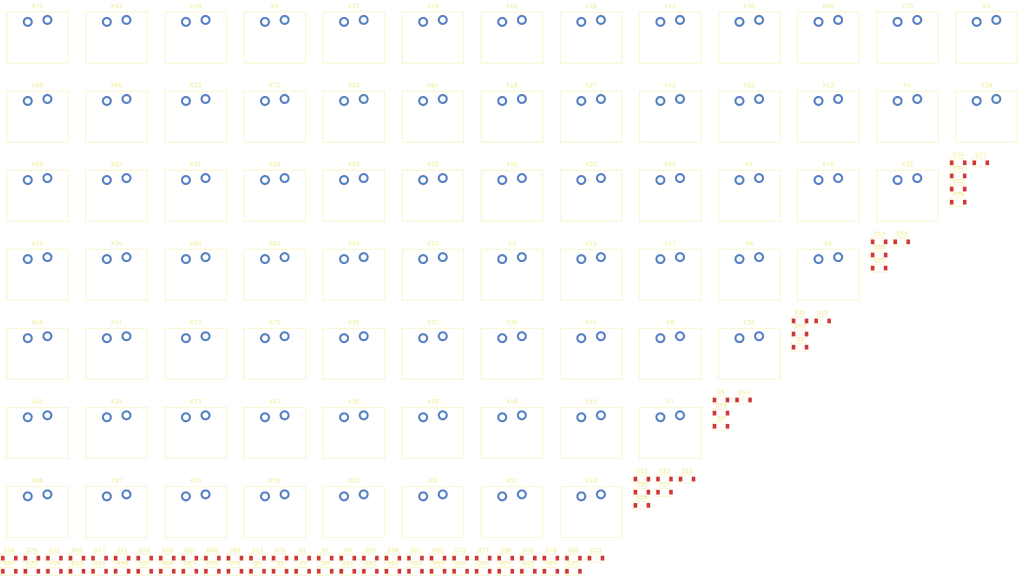
<source format=kicad_pcb>
(kicad_pcb (version 20171130) (host pcbnew 5.1.10-88a1d61d58~88~ubuntu20.04.1)
  (layers (0 F.Cu signal) (31 B.Cu signal) (34 B.Paste user) (35 F.Paste user) (36 B.SilkS user) (37 F.SilkS user) (38 B.Mask user) (39 F.Mask user) (44 Edge.Cuts user))
  (net 0 "")
  (module Diode_SMD:D_SOD-123 (layer F.Cu) (at 221.835001 184.945001)
    (fp_text reference D0 (at 0 -2) (layer F.SilkS))
    (fp_text value D)
    (pad 2 smd rect (at 1.65 0) (size 0.9 1.2) (layers F.Cu F.Paste F.Mask))
    (pad 1 smd rect (at -1.65 0) (size 0.9 1.2) (layers F.Cu F.Paste F.Mask))
  )
  (module Diode_SMD:D_SOD-123 (layer F.Cu) (at 233.335001 181.595001)
    (fp_text reference D1 (at 0 -2) (layer F.SilkS))
    (fp_text value D)
    (pad 1 smd rect (at -1.65 0) (size 0.9 1.2) (layers F.Cu F.Paste F.Mask))
    (pad 2 smd rect (at 1.65 0) (size 0.9 1.2) (layers F.Cu F.Paste F.Mask))
  )
  (module Diode_SMD:D_SOD-123 (layer F.Cu) (at 339.935001 147.995001)
    (fp_text reference D2 (at 0 -2) (layer F.SilkS))
    (fp_text value D)
    (pad 2 smd rect (at 1.65 0) (size 0.9 1.2) (layers F.Cu F.Paste F.Mask))
    (pad 1 smd rect (at -1.65 0) (size 0.9 1.2) (layers F.Cu F.Paste F.Mask))
  )
  (module Diode_SMD:D_SOD-123 (layer F.Cu) (at 360.085001 127.845001)
    (fp_text reference D3 (at 0 -2) (layer F.SilkS))
    (fp_text value D)
    (pad 1 smd rect (at -1.65 0) (size 0.9 1.2) (layers F.Cu F.Paste F.Mask))
    (pad 2 smd rect (at 1.65 0) (size 0.9 1.2) (layers F.Cu F.Paste F.Mask))
  )
  (module Diode_SMD:D_SOD-123 (layer F.Cu) (at 239.085001 181.595001)
    (fp_text reference D4 (at 0 -2) (layer F.SilkS))
    (fp_text value D)
    (pad 2 smd rect (at 1.65 0) (size 0.9 1.2) (layers F.Cu F.Paste F.Mask))
    (pad 1 smd rect (at -1.65 0) (size 0.9 1.2) (layers F.Cu F.Paste F.Mask))
  )
  (module Diode_SMD:D_SOD-123 (layer F.Cu) (at 227.585001 184.945001)
    (fp_text reference D5 (at 0 -2) (layer F.SilkS))
    (fp_text value D)
    (pad 1 smd rect (at -1.65 0) (size 0.9 1.2) (layers F.Cu F.Paste F.Mask))
    (pad 2 smd rect (at 1.65 0) (size 0.9 1.2) (layers F.Cu F.Paste F.Mask))
  )
  (module Diode_SMD:D_SOD-123 (layer F.Cu) (at 339.935001 141.295001)
    (fp_text reference D6 (at 0 -2) (layer F.SilkS))
    (fp_text value D)
    (pad 2 smd rect (at 1.65 0) (size 0.9 1.2) (layers F.Cu F.Paste F.Mask))
    (pad 1 smd rect (at -1.65 0) (size 0.9 1.2) (layers F.Cu F.Paste F.Mask))
  )
  (module Diode_SMD:D_SOD-123 (layer F.Cu) (at 233.335001 184.945001)
    (fp_text reference D7 (at 0 -2) (layer F.SilkS))
    (fp_text value D)
    (pad 1 smd rect (at -1.65 0) (size 0.9 1.2) (layers F.Cu F.Paste F.Mask))
    (pad 2 smd rect (at 1.65 0) (size 0.9 1.2) (layers F.Cu F.Paste F.Mask))
  )
  (module Diode_SMD:D_SOD-123 (layer F.Cu) (at 244.835001 181.595001)
    (fp_text reference D8 (at 0 -2) (layer F.SilkS))
    (fp_text value D)
    (pad 2 smd rect (at 1.65 0) (size 0.9 1.2) (layers F.Cu F.Paste F.Mask))
    (pad 1 smd rect (at -1.65 0) (size 0.9 1.2) (layers F.Cu F.Paste F.Mask))
  )
  (module Diode_SMD:D_SOD-123 (layer F.Cu) (at 239.085001 184.945001)
    (fp_text reference D9 (at 0 -2) (layer F.SilkS))
    (fp_text value D)
    (pad 1 smd rect (at -1.65 0) (size 0.9 1.2) (layers F.Cu F.Paste F.Mask))
    (pad 2 smd rect (at 1.65 0) (size 0.9 1.2) (layers F.Cu F.Paste F.Mask))
  )
  (module Diode_SMD:D_SOD-123 (layer F.Cu) (at 400.385001 87.545001)
    (fp_text reference D10 (at 0 -2) (layer F.SilkS))
    (fp_text value D)
    (pad 2 smd rect (at 1.65 0) (size 0.9 1.2) (layers F.Cu F.Paste F.Mask))
    (pad 1 smd rect (at -1.65 0) (size 0.9 1.2) (layers F.Cu F.Paste F.Mask))
  )
  (module Diode_SMD:D_SOD-123 (layer F.Cu) (at 244.835001 184.945001)
    (fp_text reference D11 (at 0 -2) (layer F.SilkS))
    (fp_text value D)
    (pad 1 smd rect (at -1.65 0) (size 0.9 1.2) (layers F.Cu F.Paste F.Mask))
    (pad 2 smd rect (at 1.65 0) (size 0.9 1.2) (layers F.Cu F.Paste F.Mask))
  )
  (module Diode_SMD:D_SOD-123 (layer F.Cu) (at 221.835001 181.595001)
    (fp_text reference D12 (at 0 -2) (layer F.SilkS))
    (fp_text value D)
    (pad 2 smd rect (at 1.65 0) (size 0.9 1.2) (layers F.Cu F.Paste F.Mask))
    (pad 1 smd rect (at -1.65 0) (size 0.9 1.2) (layers F.Cu F.Paste F.Mask))
  )
  (module Diode_SMD:D_SOD-123 (layer F.Cu) (at 308.085001 181.595001)
    (fp_text reference D13 (at 0 -2) (layer F.SilkS))
    (fp_text value D)
    (pad 1 smd rect (at -1.65 0) (size 0.9 1.2) (layers F.Cu F.Paste F.Mask))
    (pad 2 smd rect (at 1.65 0) (size 0.9 1.2) (layers F.Cu F.Paste F.Mask))
  )
  (module Diode_SMD:D_SOD-123 (layer F.Cu) (at 181.585001 184.945001)
    (fp_text reference D14 (at 0 -2) (layer F.SilkS))
    (fp_text value D)
    (pad 2 smd rect (at 1.65 0) (size 0.9 1.2) (layers F.Cu F.Paste F.Mask))
    (pad 1 smd rect (at -1.65 0) (size 0.9 1.2) (layers F.Cu F.Paste F.Mask))
  )
  (module Diode_SMD:D_SOD-123 (layer F.Cu) (at 331.285001 161.445001)
    (fp_text reference D15 (at 0 -2) (layer F.SilkS))
    (fp_text value D)
    (pad 1 smd rect (at -1.65 0) (size 0.9 1.2) (layers F.Cu F.Paste F.Mask))
    (pad 2 smd rect (at 1.65 0) (size 0.9 1.2) (layers F.Cu F.Paste F.Mask))
  )
  (module Diode_SMD:D_SOD-123 (layer F.Cu) (at 175.835001 184.945001)
    (fp_text reference D16 (at 0 -2) (layer F.SilkS))
    (fp_text value D)
    (pad 2 smd rect (at 1.65 0) (size 0.9 1.2) (layers F.Cu F.Paste F.Mask))
    (pad 1 smd rect (at -1.65 0) (size 0.9 1.2) (layers F.Cu F.Paste F.Mask))
  )
  (module Diode_SMD:D_SOD-123 (layer F.Cu) (at 181.585001 181.595001)
    (fp_text reference D17 (at 0 -2) (layer F.SilkS))
    (fp_text value D)
    (pad 1 smd rect (at -1.65 0) (size 0.9 1.2) (layers F.Cu F.Paste F.Mask))
    (pad 2 smd rect (at 1.65 0) (size 0.9 1.2) (layers F.Cu F.Paste F.Mask))
  )
  (module Diode_SMD:D_SOD-123 (layer F.Cu) (at 170.085001 184.945001)
    (fp_text reference D18 (at 0 -2) (layer F.SilkS))
    (fp_text value D)
    (pad 2 smd rect (at 1.65 0) (size 0.9 1.2) (layers F.Cu F.Paste F.Mask))
    (pad 1 smd rect (at -1.65 0) (size 0.9 1.2) (layers F.Cu F.Paste F.Mask))
  )
  (module Diode_SMD:D_SOD-123 (layer F.Cu) (at 365.835001 121.145001)
    (fp_text reference D19 (at 0 -2) (layer F.SilkS))
    (fp_text value D)
    (pad 1 smd rect (at -1.65 0) (size 0.9 1.2) (layers F.Cu F.Paste F.Mask))
    (pad 2 smd rect (at 1.65 0) (size 0.9 1.2) (layers F.Cu F.Paste F.Mask))
  )
  (module Diode_SMD:D_SOD-123 (layer F.Cu) (at 380.235001 107.695001)
    (fp_text reference D20 (at 0 -2) (layer F.SilkS))
    (fp_text value D)
    (pad 1 smd rect (at -1.65 0) (size 0.9 1.2) (layers F.Cu F.Paste F.Mask))
    (pad 2 smd rect (at 1.65 0) (size 0.9 1.2) (layers F.Cu F.Paste F.Mask))
  )
  (module Diode_SMD:D_SOD-123 (layer F.Cu) (at 325.535001 164.795001)
    (fp_text reference D21 (at 0 -2) (layer F.SilkS))
    (fp_text value D)
    (pad 2 smd rect (at 1.65 0) (size 0.9 1.2) (layers F.Cu F.Paste F.Mask))
    (pad 1 smd rect (at -1.65 0) (size 0.9 1.2) (layers F.Cu F.Paste F.Mask))
  )
  (module Diode_SMD:D_SOD-123 (layer F.Cu) (at 170.085001 181.595001)
    (fp_text reference D22 (at 0 -2) (layer F.SilkS))
    (fp_text value D)
    (pad 1 smd rect (at -1.65 0) (size 0.9 1.2) (layers F.Cu F.Paste F.Mask))
    (pad 2 smd rect (at 1.65 0) (size 0.9 1.2) (layers F.Cu F.Paste F.Mask))
  )
  (module Diode_SMD:D_SOD-123 (layer F.Cu) (at 164.335001 184.945001)
    (fp_text reference D23 (at 0 -2) (layer F.SilkS))
    (fp_text value D)
    (pad 2 smd rect (at 1.65 0) (size 0.9 1.2) (layers F.Cu F.Paste F.Mask))
    (pad 1 smd rect (at -1.65 0) (size 0.9 1.2) (layers F.Cu F.Paste F.Mask))
  )
  (module Diode_SMD:D_SOD-123 (layer F.Cu) (at 400.385001 80.845001)
    (fp_text reference D24 (at 0 -2) (layer F.SilkS))
    (fp_text value D)
    (pad 1 smd rect (at -1.65 0) (size 0.9 1.2) (layers F.Cu F.Paste F.Mask))
    (pad 2 smd rect (at 1.65 0) (size 0.9 1.2) (layers F.Cu F.Paste F.Mask))
  )
  (module Diode_SMD:D_SOD-123 (layer F.Cu) (at 164.335001 181.595001)
    (fp_text reference D25 (at 0 -2) (layer F.SilkS))
    (fp_text value D)
    (pad 2 smd rect (at 1.65 0) (size 0.9 1.2) (layers F.Cu F.Paste F.Mask))
    (pad 1 smd rect (at -1.65 0) (size 0.9 1.2) (layers F.Cu F.Paste F.Mask))
  )
  (module Diode_SMD:D_SOD-123 (layer F.Cu) (at 158.585001 181.595001)
    (fp_text reference D26 (at 0 -2) (layer F.SilkS))
    (fp_text value D)
    (pad 1 smd rect (at -1.65 0) (size 0.9 1.2) (layers F.Cu F.Paste F.Mask))
    (pad 2 smd rect (at 1.65 0) (size 0.9 1.2) (layers F.Cu F.Paste F.Mask))
  )
  (module Diode_SMD:D_SOD-123 (layer F.Cu) (at 406.135001 80.845001)
    (fp_text reference D27 (at 0 -2) (layer F.SilkS))
    (fp_text value D)
    (pad 2 smd rect (at 1.65 0) (size 0.9 1.2) (layers F.Cu F.Paste F.Mask))
    (pad 1 smd rect (at -1.65 0) (size 0.9 1.2) (layers F.Cu F.Paste F.Mask))
  )
  (module Diode_SMD:D_SOD-123 (layer F.Cu) (at 319.785001 168.145001)
    (fp_text reference D28 (at 0 -2) (layer F.SilkS))
    (fp_text value D)
    (pad 1 smd rect (at -1.65 0) (size 0.9 1.2) (layers F.Cu F.Paste F.Mask))
    (pad 2 smd rect (at 1.65 0) (size 0.9 1.2) (layers F.Cu F.Paste F.Mask))
  )
  (module Diode_SMD:D_SOD-123 (layer F.Cu) (at 296.585001 184.945001)
    (fp_text reference D29 (at 0 -2) (layer F.SilkS))
    (fp_text value D)
    (pad 2 smd rect (at 1.65 0) (size 0.9 1.2) (layers F.Cu F.Paste F.Mask))
    (pad 1 smd rect (at -1.65 0) (size 0.9 1.2) (layers F.Cu F.Paste F.Mask))
  )
  (module Diode_SMD:D_SOD-123 (layer F.Cu) (at 302.335001 181.595001)
    (fp_text reference D30 (at 0 -2) (layer F.SilkS))
    (fp_text value D)
    (pad 2 smd rect (at 1.65 0) (size 0.9 1.2) (layers F.Cu F.Paste F.Mask))
    (pad 1 smd rect (at -1.65 0) (size 0.9 1.2) (layers F.Cu F.Paste F.Mask))
  )
  (module Diode_SMD:D_SOD-123 (layer F.Cu) (at 360.085001 121.145001)
    (fp_text reference D31 (at 0 -2) (layer F.SilkS))
    (fp_text value D)
    (pad 1 smd rect (at -1.65 0) (size 0.9 1.2) (layers F.Cu F.Paste F.Mask))
    (pad 2 smd rect (at 1.65 0) (size 0.9 1.2) (layers F.Cu F.Paste F.Mask))
  )
  (module Diode_SMD:D_SOD-123 (layer F.Cu) (at 325.535001 161.445001)
    (fp_text reference D32 (at 0 -2) (layer F.SilkS))
    (fp_text value D)
    (pad 2 smd rect (at 1.65 0) (size 0.9 1.2) (layers F.Cu F.Paste F.Mask))
    (pad 1 smd rect (at -1.65 0) (size 0.9 1.2) (layers F.Cu F.Paste F.Mask))
  )
  (module Diode_SMD:D_SOD-123 (layer F.Cu) (at 385.985001 100.995001)
    (fp_text reference D33 (at 0 -2) (layer F.SilkS))
    (fp_text value D)
    (pad 1 smd rect (at -1.65 0) (size 0.9 1.2) (layers F.Cu F.Paste F.Mask))
    (pad 2 smd rect (at 1.65 0) (size 0.9 1.2) (layers F.Cu F.Paste F.Mask))
  )
  (module Diode_SMD:D_SOD-123 (layer F.Cu) (at 400.385001 84.195001)
    (fp_text reference D34 (at 0 -2) (layer F.SilkS))
    (fp_text value D)
    (pad 2 smd rect (at 1.65 0) (size 0.9 1.2) (layers F.Cu F.Paste F.Mask))
    (pad 1 smd rect (at -1.65 0) (size 0.9 1.2) (layers F.Cu F.Paste F.Mask))
  )
  (module Diode_SMD:D_SOD-123 (layer F.Cu) (at 380.235001 104.345001)
    (fp_text reference D35 (at 0 -2) (layer F.SilkS))
    (fp_text value D)
    (pad 1 smd rect (at -1.65 0) (size 0.9 1.2) (layers F.Cu F.Paste F.Mask))
    (pad 2 smd rect (at 1.65 0) (size 0.9 1.2) (layers F.Cu F.Paste F.Mask))
  )
  (module Diode_SMD:D_SOD-123 (layer F.Cu) (at 319.785001 164.795001)
    (fp_text reference D36 (at 0 -2) (layer F.SilkS))
    (fp_text value D)
    (pad 2 smd rect (at 1.65 0) (size 0.9 1.2) (layers F.Cu F.Paste F.Mask))
    (pad 1 smd rect (at -1.65 0) (size 0.9 1.2) (layers F.Cu F.Paste F.Mask))
  )
  (module Diode_SMD:D_SOD-123 (layer F.Cu) (at 302.335001 184.945001)
    (fp_text reference D37 (at 0 -2) (layer F.SilkS))
    (fp_text value D)
    (pad 1 smd rect (at -1.65 0) (size 0.9 1.2) (layers F.Cu F.Paste F.Mask))
    (pad 2 smd rect (at 1.65 0) (size 0.9 1.2) (layers F.Cu F.Paste F.Mask))
  )
  (module Diode_SMD:D_SOD-123 (layer F.Cu) (at 256.335001 181.595001)
    (fp_text reference D38 (at 0 -2) (layer F.SilkS))
    (fp_text value D)
    (pad 2 smd rect (at 1.65 0) (size 0.9 1.2) (layers F.Cu F.Paste F.Mask))
    (pad 1 smd rect (at -1.65 0) (size 0.9 1.2) (layers F.Cu F.Paste F.Mask))
  )
  (module Diode_SMD:D_SOD-123 (layer F.Cu) (at 400.385001 90.895001)
    (fp_text reference D39 (at 0 -2) (layer F.SilkS))
    (fp_text value D)
    (pad 1 smd rect (at -1.65 0) (size 0.9 1.2) (layers F.Cu F.Paste F.Mask))
    (pad 2 smd rect (at 1.65 0) (size 0.9 1.2) (layers F.Cu F.Paste F.Mask))
  )
  (module Diode_SMD:D_SOD-123 (layer F.Cu) (at 193.085001 181.595001)
    (fp_text reference D40 (at 0 -2) (layer F.SilkS))
    (fp_text value D)
    (pad 1 smd rect (at -1.65 0) (size 0.9 1.2) (layers F.Cu F.Paste F.Mask))
    (pad 2 smd rect (at 1.65 0) (size 0.9 1.2) (layers F.Cu F.Paste F.Mask))
  )
  (module Diode_SMD:D_SOD-123 (layer F.Cu) (at 273.585001 184.945001)
    (fp_text reference D41 (at 0 -2) (layer F.SilkS))
    (fp_text value D)
    (pad 2 smd rect (at 1.65 0) (size 0.9 1.2) (layers F.Cu F.Paste F.Mask))
    (pad 1 smd rect (at -1.65 0) (size 0.9 1.2) (layers F.Cu F.Paste F.Mask))
  )
  (module Diode_SMD:D_SOD-123 (layer F.Cu) (at 360.085001 124.495001)
    (fp_text reference D42 (at 0 -2) (layer F.SilkS))
    (fp_text value D)
    (pad 1 smd rect (at -1.65 0) (size 0.9 1.2) (layers F.Cu F.Paste F.Mask))
    (pad 2 smd rect (at 1.65 0) (size 0.9 1.2) (layers F.Cu F.Paste F.Mask))
  )
  (module Diode_SMD:D_SOD-123 (layer F.Cu) (at 339.935001 144.645001)
    (fp_text reference D43 (at 0 -2) (layer F.SilkS))
    (fp_text value D)
    (pad 2 smd rect (at 1.65 0) (size 0.9 1.2) (layers F.Cu F.Paste F.Mask))
    (pad 1 smd rect (at -1.65 0) (size 0.9 1.2) (layers F.Cu F.Paste F.Mask))
  )
  (module Diode_SMD:D_SOD-123 (layer F.Cu) (at 345.685001 141.295001)
    (fp_text reference D44 (at 0 -2) (layer F.SilkS))
    (fp_text value D)
    (pad 1 smd rect (at -1.65 0) (size 0.9 1.2) (layers F.Cu F.Paste F.Mask))
    (pad 2 smd rect (at 1.65 0) (size 0.9 1.2) (layers F.Cu F.Paste F.Mask))
  )
  (module Diode_SMD:D_SOD-123 (layer F.Cu) (at 290.835001 184.945001)
    (fp_text reference D45 (at 0 -2) (layer F.SilkS))
    (fp_text value D)
    (pad 2 smd rect (at 1.65 0) (size 0.9 1.2) (layers F.Cu F.Paste F.Mask))
    (pad 1 smd rect (at -1.65 0) (size 0.9 1.2) (layers F.Cu F.Paste F.Mask))
  )
  (module Diode_SMD:D_SOD-123 (layer F.Cu) (at 175.835001 181.595001)
    (fp_text reference D46 (at 0 -2) (layer F.SilkS))
    (fp_text value D)
    (pad 1 smd rect (at -1.65 0) (size 0.9 1.2) (layers F.Cu F.Paste F.Mask))
    (pad 2 smd rect (at 1.65 0) (size 0.9 1.2) (layers F.Cu F.Paste F.Mask))
  )
  (module Diode_SMD:D_SOD-123 (layer F.Cu) (at 158.585001 184.945001)
    (fp_text reference D47 (at 0 -2) (layer F.SilkS))
    (fp_text value D)
    (pad 2 smd rect (at 1.65 0) (size 0.9 1.2) (layers F.Cu F.Paste F.Mask))
    (pad 1 smd rect (at -1.65 0) (size 0.9 1.2) (layers F.Cu F.Paste F.Mask))
  )
  (module Diode_SMD:D_SOD-123 (layer F.Cu) (at 296.585001 181.595001)
    (fp_text reference D48 (at 0 -2) (layer F.SilkS))
    (fp_text value D)
    (pad 1 smd rect (at -1.65 0) (size 0.9 1.2) (layers F.Cu F.Paste F.Mask))
    (pad 2 smd rect (at 1.65 0) (size 0.9 1.2) (layers F.Cu F.Paste F.Mask))
  )
  (module Diode_SMD:D_SOD-123 (layer F.Cu) (at 198.835001 181.595001)
    (fp_text reference D49 (at 0 -2) (layer F.SilkS))
    (fp_text value D)
    (pad 2 smd rect (at 1.65 0) (size 0.9 1.2) (layers F.Cu F.Paste F.Mask))
    (pad 1 smd rect (at -1.65 0) (size 0.9 1.2) (layers F.Cu F.Paste F.Mask))
  )
  (module Diode_SMD:D_SOD-123 (layer F.Cu) (at 290.835001 181.595001)
    (fp_text reference D50 (at 0 -2) (layer F.SilkS))
    (fp_text value D)
    (pad 2 smd rect (at 1.65 0) (size 0.9 1.2) (layers F.Cu F.Paste F.Mask))
    (pad 1 smd rect (at -1.65 0) (size 0.9 1.2) (layers F.Cu F.Paste F.Mask))
  )
  (module Diode_SMD:D_SOD-123 (layer F.Cu) (at 285.085001 184.945001)
    (fp_text reference D51 (at 0 -2) (layer F.SilkS))
    (fp_text value D)
    (pad 1 smd rect (at -1.65 0) (size 0.9 1.2) (layers F.Cu F.Paste F.Mask))
    (pad 2 smd rect (at 1.65 0) (size 0.9 1.2) (layers F.Cu F.Paste F.Mask))
  )
  (module Diode_SMD:D_SOD-123 (layer F.Cu) (at 380.235001 100.995001)
    (fp_text reference D52 (at 0 -2) (layer F.SilkS))
    (fp_text value D)
    (pad 2 smd rect (at 1.65 0) (size 0.9 1.2) (layers F.Cu F.Paste F.Mask))
    (pad 1 smd rect (at -1.65 0) (size 0.9 1.2) (layers F.Cu F.Paste F.Mask))
  )
  (module Diode_SMD:D_SOD-123 (layer F.Cu) (at 319.785001 161.445001)
    (fp_text reference D53 (at 0 -2) (layer F.SilkS))
    (fp_text value D)
    (pad 1 smd rect (at -1.65 0) (size 0.9 1.2) (layers F.Cu F.Paste F.Mask))
    (pad 2 smd rect (at 1.65 0) (size 0.9 1.2) (layers F.Cu F.Paste F.Mask))
  )
  (module Diode_SMD:D_SOD-123 (layer F.Cu) (at 279.335001 184.945001)
    (fp_text reference D54 (at 0 -2) (layer F.SilkS))
    (fp_text value D)
    (pad 2 smd rect (at 1.65 0) (size 0.9 1.2) (layers F.Cu F.Paste F.Mask))
    (pad 1 smd rect (at -1.65 0) (size 0.9 1.2) (layers F.Cu F.Paste F.Mask))
  )
  (module Diode_SMD:D_SOD-123 (layer F.Cu) (at 250.585001 181.595001)
    (fp_text reference D55 (at 0 -2) (layer F.SilkS))
    (fp_text value D)
    (pad 1 smd rect (at -1.65 0) (size 0.9 1.2) (layers F.Cu F.Paste F.Mask))
    (pad 2 smd rect (at 1.65 0) (size 0.9 1.2) (layers F.Cu F.Paste F.Mask))
  )
  (module Diode_SMD:D_SOD-123 (layer F.Cu) (at 187.335001 184.945001)
    (fp_text reference D56 (at 0 -2) (layer F.SilkS))
    (fp_text value D)
    (pad 2 smd rect (at 1.65 0) (size 0.9 1.2) (layers F.Cu F.Paste F.Mask))
    (pad 1 smd rect (at -1.65 0) (size 0.9 1.2) (layers F.Cu F.Paste F.Mask))
  )
  (module Diode_SMD:D_SOD-123 (layer F.Cu) (at 193.085001 184.945001)
    (fp_text reference D57 (at 0 -2) (layer F.SilkS))
    (fp_text value D)
    (pad 1 smd rect (at -1.65 0) (size 0.9 1.2) (layers F.Cu F.Paste F.Mask))
    (pad 2 smd rect (at 1.65 0) (size 0.9 1.2) (layers F.Cu F.Paste F.Mask))
  )
  (module Diode_SMD:D_SOD-123 (layer F.Cu) (at 285.085001 181.595001)
    (fp_text reference D58 (at 0 -2) (layer F.SilkS))
    (fp_text value D)
    (pad 2 smd rect (at 1.65 0) (size 0.9 1.2) (layers F.Cu F.Paste F.Mask))
    (pad 1 smd rect (at -1.65 0) (size 0.9 1.2) (layers F.Cu F.Paste F.Mask))
  )
  (module Diode_SMD:D_SOD-123 (layer F.Cu) (at 267.835001 184.945001)
    (fp_text reference D59 (at 0 -2) (layer F.SilkS))
    (fp_text value D)
    (pad 1 smd rect (at -1.65 0) (size 0.9 1.2) (layers F.Cu F.Paste F.Mask))
    (pad 2 smd rect (at 1.65 0) (size 0.9 1.2) (layers F.Cu F.Paste F.Mask))
  )
  (module Diode_SMD:D_SOD-123 (layer F.Cu) (at 250.585001 184.945001)
    (fp_text reference D60 (at 0 -2) (layer F.SilkS))
    (fp_text value D)
    (pad 1 smd rect (at -1.65 0) (size 0.9 1.2) (layers F.Cu F.Paste F.Mask))
    (pad 2 smd rect (at 1.65 0) (size 0.9 1.2) (layers F.Cu F.Paste F.Mask))
  )
  (module Diode_SMD:D_SOD-123 (layer F.Cu) (at 262.085001 181.595001)
    (fp_text reference D61 (at 0 -2) (layer F.SilkS))
    (fp_text value D)
    (pad 2 smd rect (at 1.65 0) (size 0.9 1.2) (layers F.Cu F.Paste F.Mask))
    (pad 1 smd rect (at -1.65 0) (size 0.9 1.2) (layers F.Cu F.Paste F.Mask))
  )
  (module Diode_SMD:D_SOD-123 (layer F.Cu) (at 256.335001 184.945001)
    (fp_text reference D62 (at 0 -2) (layer F.SilkS))
    (fp_text value D)
    (pad 1 smd rect (at -1.65 0) (size 0.9 1.2) (layers F.Cu F.Paste F.Mask))
    (pad 2 smd rect (at 1.65 0) (size 0.9 1.2) (layers F.Cu F.Paste F.Mask))
  )
  (module Diode_SMD:D_SOD-123 (layer F.Cu) (at 262.085001 184.945001)
    (fp_text reference D63 (at 0 -2) (layer F.SilkS))
    (fp_text value D)
    (pad 2 smd rect (at 1.65 0) (size 0.9 1.2) (layers F.Cu F.Paste F.Mask))
    (pad 1 smd rect (at -1.65 0) (size 0.9 1.2) (layers F.Cu F.Paste F.Mask))
  )
  (module Diode_SMD:D_SOD-123 (layer F.Cu) (at 204.585001 181.595001)
    (fp_text reference D64 (at 0 -2) (layer F.SilkS))
    (fp_text value D)
    (pad 1 smd rect (at -1.65 0) (size 0.9 1.2) (layers F.Cu F.Paste F.Mask))
    (pad 2 smd rect (at 1.65 0) (size 0.9 1.2) (layers F.Cu F.Paste F.Mask))
  )
  (module Diode_SMD:D_SOD-123 (layer F.Cu) (at 267.835001 181.595001)
    (fp_text reference D65 (at 0 -2) (layer F.SilkS))
    (fp_text value D)
    (pad 2 smd rect (at 1.65 0) (size 0.9 1.2) (layers F.Cu F.Paste F.Mask))
    (pad 1 smd rect (at -1.65 0) (size 0.9 1.2) (layers F.Cu F.Paste F.Mask))
  )
  (module Diode_SMD:D_SOD-123 (layer F.Cu) (at 198.835001 184.945001)
    (fp_text reference D66 (at 0 -2) (layer F.SilkS))
    (fp_text value D)
    (pad 1 smd rect (at -1.65 0) (size 0.9 1.2) (layers F.Cu F.Paste F.Mask))
    (pad 2 smd rect (at 1.65 0) (size 0.9 1.2) (layers F.Cu F.Paste F.Mask))
  )
  (module Diode_SMD:D_SOD-123 (layer F.Cu) (at 204.585001 184.945001)
    (fp_text reference D67 (at 0 -2) (layer F.SilkS))
    (fp_text value D)
    (pad 2 smd rect (at 1.65 0) (size 0.9 1.2) (layers F.Cu F.Paste F.Mask))
    (pad 1 smd rect (at -1.65 0) (size 0.9 1.2) (layers F.Cu F.Paste F.Mask))
  )
  (module Diode_SMD:D_SOD-123 (layer F.Cu) (at 210.335001 181.595001)
    (fp_text reference D68 (at 0 -2) (layer F.SilkS))
    (fp_text value D)
    (pad 1 smd rect (at -1.65 0) (size 0.9 1.2) (layers F.Cu F.Paste F.Mask))
    (pad 2 smd rect (at 1.65 0) (size 0.9 1.2) (layers F.Cu F.Paste F.Mask))
  )
  (module Diode_SMD:D_SOD-123 (layer F.Cu) (at 216.085001 181.595001)
    (fp_text reference D69 (at 0 -2) (layer F.SilkS))
    (fp_text value D)
    (pad 2 smd rect (at 1.65 0) (size 0.9 1.2) (layers F.Cu F.Paste F.Mask))
    (pad 1 smd rect (at -1.65 0) (size 0.9 1.2) (layers F.Cu F.Paste F.Mask))
  )
  (module Diode_SMD:D_SOD-123 (layer F.Cu) (at 210.335001 184.945001)
    (fp_text reference D70 (at 0 -2) (layer F.SilkS))
    (fp_text value D)
    (pad 2 smd rect (at 1.65 0) (size 0.9 1.2) (layers F.Cu F.Paste F.Mask))
    (pad 1 smd rect (at -1.65 0) (size 0.9 1.2) (layers F.Cu F.Paste F.Mask))
  )
  (module Diode_SMD:D_SOD-123 (layer F.Cu) (at 187.335001 181.595001)
    (fp_text reference D71 (at 0 -2) (layer F.SilkS))
    (fp_text value D)
    (pad 1 smd rect (at -1.65 0) (size 0.9 1.2) (layers F.Cu F.Paste F.Mask))
    (pad 2 smd rect (at 1.65 0) (size 0.9 1.2) (layers F.Cu F.Paste F.Mask))
  )
  (module Diode_SMD:D_SOD-123 (layer F.Cu) (at 273.585001 181.595001)
    (fp_text reference D72 (at 0 -2) (layer F.SilkS))
    (fp_text value D)
    (pad 2 smd rect (at 1.65 0) (size 0.9 1.2) (layers F.Cu F.Paste F.Mask))
    (pad 1 smd rect (at -1.65 0) (size 0.9 1.2) (layers F.Cu F.Paste F.Mask))
  )
  (module Diode_SMD:D_SOD-123 (layer F.Cu) (at 279.335001 181.595001)
    (fp_text reference D73 (at 0 -2) (layer F.SilkS))
    (fp_text value D)
    (pad 1 smd rect (at -1.65 0) (size 0.9 1.2) (layers F.Cu F.Paste F.Mask))
    (pad 2 smd rect (at 1.65 0) (size 0.9 1.2) (layers F.Cu F.Paste F.Mask))
  )
  (module Diode_SMD:D_SOD-123 (layer F.Cu) (at 216.085001 184.945001)
    (fp_text reference D74 (at 0 -2) (layer F.SilkS))
    (fp_text value D)
    (pad 2 smd rect (at 1.65 0) (size 0.9 1.2) (layers F.Cu F.Paste F.Mask))
    (pad 1 smd rect (at -1.65 0) (size 0.9 1.2) (layers F.Cu F.Paste F.Mask))
  )
  (module Diode_SMD:D_SOD-123 (layer F.Cu) (at 227.585001 181.595001)
    (fp_text reference D75 (at 0 -2) (layer F.SilkS))
    (fp_text value D)
    (pad 1 smd rect (at -1.65 0) (size 0.9 1.2) (layers F.Cu F.Paste F.Mask))
    (pad 2 smd rect (at 1.65 0) (size 0.9 1.2) (layers F.Cu F.Paste F.Mask))
  )
  (module Switch_Keyboard_Alps_Matias:SW_Alps_Matias_1.00u (layer F.Cu) (at 226.235001 48.945001)
    (fp_text reference K0 (at 0 -8) (layer F.SilkS))
    (fp_text value SW_SPST)
    (pad 2 thru_hole circle (at 2.5 -4.5) (size 2.5 2.5) (drill 1.5) (layers *.Cu B.Mask))
    (pad 1 thru_hole circle (at -2.5 -4) (size 2.5 2.5) (drill 1.5) (layers *.Cu B.Mask))
  )
  (module Switch_Keyboard_Alps_Matias:SW_Alps_Matias_1.00u (layer F.Cu) (at 347.135001 89.245001)
    (fp_text reference K1 (at 0 -8) (layer F.SilkS))
    (fp_text value SW_SPST)
    (pad 1 thru_hole circle (at -2.5 -4) (size 2.5 2.5) (drill 1.5) (layers *.Cu B.Mask))
    (pad 2 thru_hole circle (at 2.5 -4.5) (size 2.5 2.5) (drill 1.5) (layers *.Cu B.Mask))
  )
  (module Switch_Keyboard_Alps_Matias:SW_Alps_Matias_1.00u (layer F.Cu) (at 407.585001 48.945001)
    (fp_text reference K2 (at 0 -8) (layer F.SilkS))
    (fp_text value SW_SPST)
    (pad 2 thru_hole circle (at 2.5 -4.5) (size 2.5 2.5) (drill 1.5) (layers *.Cu B.Mask))
    (pad 1 thru_hole circle (at -2.5 -4) (size 2.5 2.5) (drill 1.5) (layers *.Cu B.Mask))
  )
  (module Switch_Keyboard_Alps_Matias:SW_Alps_Matias_1.00u (layer F.Cu) (at 286.685001 109.395001)
    (fp_text reference K3 (at 0 -8) (layer F.SilkS))
    (fp_text value SW_SPST)
    (pad 1 thru_hole circle (at -2.5 -4) (size 2.5 2.5) (drill 1.5) (layers *.Cu B.Mask))
    (pad 2 thru_hole circle (at 2.5 -4.5) (size 2.5 2.5) (drill 1.5) (layers *.Cu B.Mask))
  )
  (module Switch_Keyboard_Alps_Matias:SW_Alps_Matias_1.00u (layer F.Cu) (at 387.435001 69.095001)
    (fp_text reference K4 (at 0 -8) (layer F.SilkS))
    (fp_text value SW_SPST)
    (pad 2 thru_hole circle (at 2.5 -4.5) (size 2.5 2.5) (drill 1.5) (layers *.Cu B.Mask))
    (pad 1 thru_hole circle (at -2.5 -4) (size 2.5 2.5) (drill 1.5) (layers *.Cu B.Mask))
  )
  (module Switch_Keyboard_Alps_Matias:SW_Alps_Matias_1.00u (layer F.Cu) (at 367.285001 109.395001)
    (fp_text reference K5 (at 0 -8) (layer F.SilkS))
    (fp_text value SW_SPST)
    (pad 1 thru_hole circle (at -2.5 -4) (size 2.5 2.5) (drill 1.5) (layers *.Cu B.Mask))
    (pad 2 thru_hole circle (at 2.5 -4.5) (size 2.5 2.5) (drill 1.5) (layers *.Cu B.Mask))
  )
  (module Switch_Keyboard_Alps_Matias:SW_Alps_Matias_1.00u (layer F.Cu) (at 347.135001 109.395001)
    (fp_text reference K6 (at 0 -8) (layer F.SilkS))
    (fp_text value SW_SPST)
    (pad 2 thru_hole circle (at 2.5 -4.5) (size 2.5 2.5) (drill 1.5) (layers *.Cu B.Mask))
    (pad 1 thru_hole circle (at -2.5 -4) (size 2.5 2.5) (drill 1.5) (layers *.Cu B.Mask))
  )
  (module Switch_Keyboard_Alps_Matias:SW_Alps_Matias_1.00u (layer F.Cu) (at 326.985001 149.695001)
    (fp_text reference K7 (at 0 -8) (layer F.SilkS))
    (fp_text value SW_SPST)
    (pad 1 thru_hole circle (at -2.5 -4) (size 2.5 2.5) (drill 1.5) (layers *.Cu B.Mask))
    (pad 2 thru_hole circle (at 2.5 -4.5) (size 2.5 2.5) (drill 1.5) (layers *.Cu B.Mask))
  )
  (module Switch_Keyboard_Alps_Matias:SW_Alps_Matias_1.00u (layer F.Cu) (at 326.985001 129.545001)
    (fp_text reference K8 (at 0 -8) (layer F.SilkS))
    (fp_text value SW_SPST)
    (pad 2 thru_hole circle (at 2.5 -4.5) (size 2.5 2.5) (drill 1.5) (layers *.Cu B.Mask))
    (pad 1 thru_hole circle (at -2.5 -4) (size 2.5 2.5) (drill 1.5) (layers *.Cu B.Mask))
  )
  (module Switch_Keyboard_Alps_Matias:SW_Alps_Matias_1.00u (layer F.Cu) (at 266.535001 169.845001)
    (fp_text reference K9 (at 0 -8) (layer F.SilkS))
    (fp_text value SW_SPST)
    (pad 1 thru_hole circle (at -2.5 -4) (size 2.5 2.5) (drill 1.5) (layers *.Cu B.Mask))
    (pad 2 thru_hole circle (at 2.5 -4.5) (size 2.5 2.5) (drill 1.5) (layers *.Cu B.Mask))
  )
  (module Switch_Keyboard_Alps_Matias:SW_Alps_Matias_1.00u (layer F.Cu) (at 306.835001 149.695001)
    (fp_text reference K10 (at 0 -8) (layer F.SilkS))
    (fp_text value SW_SPST)
    (pad 2 thru_hole circle (at 2.5 -4.5) (size 2.5 2.5) (drill 1.5) (layers *.Cu B.Mask))
    (pad 1 thru_hole circle (at -2.5 -4) (size 2.5 2.5) (drill 1.5) (layers *.Cu B.Mask))
  )
  (module Switch_Keyboard_Alps_Matias:SW_Alps_Matias_1.00u (layer F.Cu) (at 286.685001 169.845001)
    (fp_text reference K11 (at 0 -8) (layer F.SilkS))
    (fp_text value SW_SPST)
    (pad 1 thru_hole circle (at -2.5 -4) (size 2.5 2.5) (drill 1.5) (layers *.Cu B.Mask))
    (pad 2 thru_hole circle (at 2.5 -4.5) (size 2.5 2.5) (drill 1.5) (layers *.Cu B.Mask))
  )
  (module Switch_Keyboard_Alps_Matias:SW_Alps_Matias_1.00u (layer F.Cu) (at 266.535001 109.395001)
    (fp_text reference K12 (at 0 -8) (layer F.SilkS))
    (fp_text value SW_SPST)
    (pad 2 thru_hole circle (at 2.5 -4.5) (size 2.5 2.5) (drill 1.5) (layers *.Cu B.Mask))
    (pad 1 thru_hole circle (at -2.5 -4) (size 2.5 2.5) (drill 1.5) (layers *.Cu B.Mask))
  )
  (module Switch_Keyboard_Alps_Matias:SW_Alps_Matias_1.00u (layer F.Cu) (at 367.285001 69.095001)
    (fp_text reference K13 (at 0 -8) (layer F.SilkS))
    (fp_text value SW_SPST)
    (pad 1 thru_hole circle (at -2.5 -4) (size 2.5 2.5) (drill 1.5) (layers *.Cu B.Mask))
    (pad 2 thru_hole circle (at 2.5 -4.5) (size 2.5 2.5) (drill 1.5) (layers *.Cu B.Mask))
  )
  (module Switch_Keyboard_Alps_Matias:SW_Alps_Matias_1.00u (layer F.Cu) (at 326.985001 48.945001)
    (fp_text reference K14 (at 0 -8) (layer F.SilkS))
    (fp_text value SW_SPST)
    (pad 2 thru_hole circle (at 2.5 -4.5) (size 2.5 2.5) (drill 1.5) (layers *.Cu B.Mask))
    (pad 1 thru_hole circle (at -2.5 -4) (size 2.5 2.5) (drill 1.5) (layers *.Cu B.Mask))
  )
  (module Switch_Keyboard_Alps_Matias:SW_Alps_Matias_1.00u (layer F.Cu) (at 306.835001 109.395001)
    (fp_text reference K15 (at 0 -8) (layer F.SilkS))
    (fp_text value SW_SPST)
    (pad 1 thru_hole circle (at -2.5 -4) (size 2.5 2.5) (drill 1.5) (layers *.Cu B.Mask))
    (pad 2 thru_hole circle (at 2.5 -4.5) (size 2.5 2.5) (drill 1.5) (layers *.Cu B.Mask))
  )
  (module Switch_Keyboard_Alps_Matias:SW_Alps_Matias_1.00u (layer F.Cu) (at 165.785001 109.395001)
    (fp_text reference K16 (at 0 -8) (layer F.SilkS))
    (fp_text value SW_SPST)
    (pad 2 thru_hole circle (at 2.5 -4.5) (size 2.5 2.5) (drill 1.5) (layers *.Cu B.Mask))
    (pad 1 thru_hole circle (at -2.5 -4) (size 2.5 2.5) (drill 1.5) (layers *.Cu B.Mask))
  )
  (module Switch_Keyboard_Alps_Matias:SW_Alps_Matias_1.00u (layer F.Cu) (at 326.985001 109.395001)
    (fp_text reference K17 (at 0 -8) (layer F.SilkS))
    (fp_text value SW_SPST)
    (pad 1 thru_hole circle (at -2.5 -4) (size 2.5 2.5) (drill 1.5) (layers *.Cu B.Mask))
    (pad 2 thru_hole circle (at 2.5 -4.5) (size 2.5 2.5) (drill 1.5) (layers *.Cu B.Mask))
  )
  (module Switch_Keyboard_Alps_Matias:SW_Alps_Matias_1.00u (layer F.Cu) (at 286.685001 69.095001)
    (fp_text reference K18 (at 0 -8) (layer F.SilkS))
    (fp_text value SW_SPST)
    (pad 2 thru_hole circle (at 2.5 -4.5) (size 2.5 2.5) (drill 1.5) (layers *.Cu B.Mask))
    (pad 1 thru_hole circle (at -2.5 -4) (size 2.5 2.5) (drill 1.5) (layers *.Cu B.Mask))
  )
  (module Switch_Keyboard_Alps_Matias:SW_Alps_Matias_1.00u (layer F.Cu) (at 266.535001 48.945001)
    (fp_text reference K19 (at 0 -8) (layer F.SilkS))
    (fp_text value SW_SPST)
    (pad 1 thru_hole circle (at -2.5 -4) (size 2.5 2.5) (drill 1.5) (layers *.Cu B.Mask))
    (pad 2 thru_hole circle (at 2.5 -4.5) (size 2.5 2.5) (drill 1.5) (layers *.Cu B.Mask))
  )
  (module Switch_Keyboard_Alps_Matias:SW_Alps_Matias_1.00u (layer F.Cu) (at 246.385001 69.095001)
    (fp_text reference K20 (at 0 -8) (layer F.SilkS))
    (fp_text value SW_SPST)
    (pad 1 thru_hole circle (at -2.5 -4) (size 2.5 2.5) (drill 1.5) (layers *.Cu B.Mask))
    (pad 2 thru_hole circle (at 2.5 -4.5) (size 2.5 2.5) (drill 1.5) (layers *.Cu B.Mask))
  )
  (module Switch_Keyboard_Alps_Matias:SW_Alps_Matias_1.00u (layer F.Cu) (at 206.085001 89.245001)
    (fp_text reference K21 (at 0 -8) (layer F.SilkS))
    (fp_text value SW_SPST)
    (pad 2 thru_hole circle (at 2.5 -4.5) (size 2.5 2.5) (drill 1.5) (layers *.Cu B.Mask))
    (pad 1 thru_hole circle (at -2.5 -4) (size 2.5 2.5) (drill 1.5) (layers *.Cu B.Mask))
  )
  (module Switch_Keyboard_Alps_Matias:SW_Alps_Matias_1.00u (layer F.Cu) (at 246.385001 169.845001)
    (fp_text reference K22 (at 0 -8) (layer F.SilkS))
    (fp_text value SW_SPST)
    (pad 1 thru_hole circle (at -2.5 -4) (size 2.5 2.5) (drill 1.5) (layers *.Cu B.Mask))
    (pad 2 thru_hole circle (at 2.5 -4.5) (size 2.5 2.5) (drill 1.5) (layers *.Cu B.Mask))
  )
  (module Switch_Keyboard_Alps_Matias:SW_Alps_Matias_1.00u (layer F.Cu) (at 206.085001 69.095001)
    (fp_text reference K23 (at 0 -8) (layer F.SilkS))
    (fp_text value SW_SPST)
    (pad 2 thru_hole circle (at 2.5 -4.5) (size 2.5 2.5) (drill 1.5) (layers *.Cu B.Mask))
    (pad 1 thru_hole circle (at -2.5 -4) (size 2.5 2.5) (drill 1.5) (layers *.Cu B.Mask))
  )
  (module Switch_Keyboard_Alps_Matias:SW_Alps_Matias_1.00u (layer F.Cu) (at 185.935001 149.695001)
    (fp_text reference K24 (at 0 -8) (layer F.SilkS))
    (fp_text value SW_SPST)
    (pad 1 thru_hole circle (at -2.5 -4) (size 2.5 2.5) (drill 1.5) (layers *.Cu B.Mask))
    (pad 2 thru_hole circle (at 2.5 -4.5) (size 2.5 2.5) (drill 1.5) (layers *.Cu B.Mask))
  )
  (module Switch_Keyboard_Alps_Matias:SW_Alps_Matias_1.00u (layer F.Cu) (at 266.535001 89.245001)
    (fp_text reference K25 (at 0 -8) (layer F.SilkS))
    (fp_text value SW_SPST)
    (pad 2 thru_hole circle (at 2.5 -4.5) (size 2.5 2.5) (drill 1.5) (layers *.Cu B.Mask))
    (pad 1 thru_hole circle (at -2.5 -4) (size 2.5 2.5) (drill 1.5) (layers *.Cu B.Mask))
  )
  (module Switch_Keyboard_Alps_Matias:SW_Alps_Matias_1.00u (layer F.Cu) (at 306.835001 48.945001)
    (fp_text reference K26 (at 0 -8) (layer F.SilkS))
    (fp_text value SW_SPST)
    (pad 1 thru_hole circle (at -2.5 -4) (size 2.5 2.5) (drill 1.5) (layers *.Cu B.Mask))
    (pad 2 thru_hole circle (at 2.5 -4.5) (size 2.5 2.5) (drill 1.5) (layers *.Cu B.Mask))
  )
  (module Switch_Keyboard_Alps_Matias:SW_Alps_Matias_1.00u (layer F.Cu) (at 306.835001 69.095001)
    (fp_text reference K27 (at 0 -8) (layer F.SilkS))
    (fp_text value SW_SPST)
    (pad 2 thru_hole circle (at 2.5 -4.5) (size 2.5 2.5) (drill 1.5) (layers *.Cu B.Mask))
    (pad 1 thru_hole circle (at -2.5 -4) (size 2.5 2.5) (drill 1.5) (layers *.Cu B.Mask))
  )
  (module Switch_Keyboard_Alps_Matias:SW_Alps_Matias_1.00u (layer F.Cu) (at 246.385001 129.545001)
    (fp_text reference K28 (at 0 -8) (layer F.SilkS))
    (fp_text value SW_SPST)
    (pad 1 thru_hole circle (at -2.5 -4) (size 2.5 2.5) (drill 1.5) (layers *.Cu B.Mask))
    (pad 2 thru_hole circle (at 2.5 -4.5) (size 2.5 2.5) (drill 1.5) (layers *.Cu B.Mask))
  )
  (module Switch_Keyboard_Alps_Matias:SW_Alps_Matias_1.00u (layer F.Cu) (at 206.085001 169.845001)
    (fp_text reference K29 (at 0 -8) (layer F.SilkS))
    (fp_text value SW_SPST)
    (pad 2 thru_hole circle (at 2.5 -4.5) (size 2.5 2.5) (drill 1.5) (layers *.Cu B.Mask))
    (pad 1 thru_hole circle (at -2.5 -4) (size 2.5 2.5) (drill 1.5) (layers *.Cu B.Mask))
  )
  (module Switch_Keyboard_Alps_Matias:SW_Alps_Matias_1.00u (layer F.Cu) (at 347.135001 48.945001)
    (fp_text reference K30 (at 0 -8) (layer F.SilkS))
    (fp_text value SW_SPST)
    (pad 2 thru_hole circle (at 2.5 -4.5) (size 2.5 2.5) (drill 1.5) (layers *.Cu B.Mask))
    (pad 1 thru_hole circle (at -2.5 -4) (size 2.5 2.5) (drill 1.5) (layers *.Cu B.Mask))
  )
  (module Switch_Keyboard_Alps_Matias:SW_Alps_Matias_1.00u (layer F.Cu) (at 347.135001 129.545001)
    (fp_text reference K31 (at 0 -8) (layer F.SilkS))
    (fp_text value SW_SPST)
    (pad 1 thru_hole circle (at -2.5 -4) (size 2.5 2.5) (drill 1.5) (layers *.Cu B.Mask))
    (pad 2 thru_hole circle (at 2.5 -4.5) (size 2.5 2.5) (drill 1.5) (layers *.Cu B.Mask))
  )
  (module Switch_Keyboard_Alps_Matias:SW_Alps_Matias_1.00u (layer F.Cu) (at 387.435001 89.245001)
    (fp_text reference K32 (at 0 -8) (layer F.SilkS))
    (fp_text value SW_SPST)
    (pad 2 thru_hole circle (at 2.5 -4.5) (size 2.5 2.5) (drill 1.5) (layers *.Cu B.Mask))
    (pad 1 thru_hole circle (at -2.5 -4) (size 2.5 2.5) (drill 1.5) (layers *.Cu B.Mask))
  )
  (module Switch_Keyboard_Alps_Matias:SW_Alps_Matias_1.00u (layer F.Cu) (at 306.835001 89.245001)
    (fp_text reference K33 (at 0 -8) (layer F.SilkS))
    (fp_text value SW_SPST)
    (pad 1 thru_hole circle (at -2.5 -4) (size 2.5 2.5) (drill 1.5) (layers *.Cu B.Mask))
    (pad 2 thru_hole circle (at 2.5 -4.5) (size 2.5 2.5) (drill 1.5) (layers *.Cu B.Mask))
  )
  (module Switch_Keyboard_Alps_Matias:SW_Alps_Matias_1.00u (layer F.Cu) (at 185.935001 109.395001)
    (fp_text reference K34 (at 0 -8) (layer F.SilkS))
    (fp_text value SW_SPST)
    (pad 2 thru_hole circle (at 2.5 -4.5) (size 2.5 2.5) (drill 1.5) (layers *.Cu B.Mask))
    (pad 1 thru_hole circle (at -2.5 -4) (size 2.5 2.5) (drill 1.5) (layers *.Cu B.Mask))
  )
  (module Switch_Keyboard_Alps_Matias:SW_Alps_Matias_1.00u (layer F.Cu) (at 246.385001 149.695001)
    (fp_text reference K35 (at 0 -8) (layer F.SilkS))
    (fp_text value SW_SPST)
    (pad 1 thru_hole circle (at -2.5 -4) (size 2.5 2.5) (drill 1.5) (layers *.Cu B.Mask))
    (pad 2 thru_hole circle (at 2.5 -4.5) (size 2.5 2.5) (drill 1.5) (layers *.Cu B.Mask))
  )
  (module Switch_Keyboard_Alps_Matias:SW_Alps_Matias_1.00u (layer F.Cu) (at 286.685001 129.545001)
    (fp_text reference K36 (at 0 -8) (layer F.SilkS))
    (fp_text value SW_SPST)
    (pad 2 thru_hole circle (at 2.5 -4.5) (size 2.5 2.5) (drill 1.5) (layers *.Cu B.Mask))
    (pad 1 thru_hole circle (at -2.5 -4) (size 2.5 2.5) (drill 1.5) (layers *.Cu B.Mask))
  )
  (module Switch_Keyboard_Alps_Matias:SW_Alps_Matias_1.00u (layer F.Cu) (at 266.535001 129.545001)
    (fp_text reference K37 (at 0 -8) (layer F.SilkS))
    (fp_text value SW_SPST)
    (pad 1 thru_hole circle (at -2.5 -4) (size 2.5 2.5) (drill 1.5) (layers *.Cu B.Mask))
    (pad 2 thru_hole circle (at 2.5 -4.5) (size 2.5 2.5) (drill 1.5) (layers *.Cu B.Mask))
  )
  (module Switch_Keyboard_Alps_Matias:SW_Alps_Matias_1.00u (layer F.Cu) (at 407.585001 69.095001)
    (fp_text reference K38 (at 0 -8) (layer F.SilkS))
    (fp_text value SW_SPST)
    (pad 2 thru_hole circle (at 2.5 -4.5) (size 2.5 2.5) (drill 1.5) (layers *.Cu B.Mask))
    (pad 1 thru_hole circle (at -2.5 -4) (size 2.5 2.5) (drill 1.5) (layers *.Cu B.Mask))
  )
  (module Switch_Keyboard_Alps_Matias:SW_Alps_Matias_1.00u (layer F.Cu) (at 266.535001 149.695001)
    (fp_text reference K39 (at 0 -8) (layer F.SilkS))
    (fp_text value SW_SPST)
    (pad 1 thru_hole circle (at -2.5 -4) (size 2.5 2.5) (drill 1.5) (layers *.Cu B.Mask))
    (pad 2 thru_hole circle (at 2.5 -4.5) (size 2.5 2.5) (drill 1.5) (layers *.Cu B.Mask))
  )
  (module Switch_Keyboard_Alps_Matias:SW_Alps_Matias_1.00u (layer F.Cu) (at 367.285001 89.245001)
    (fp_text reference K40 (at 0 -8) (layer F.SilkS))
    (fp_text value SW_SPST)
    (pad 1 thru_hole circle (at -2.5 -4) (size 2.5 2.5) (drill 1.5) (layers *.Cu B.Mask))
    (pad 2 thru_hole circle (at 2.5 -4.5) (size 2.5 2.5) (drill 1.5) (layers *.Cu B.Mask))
  )
  (module Switch_Keyboard_Alps_Matias:SW_Alps_Matias_1.00u (layer F.Cu) (at 185.935001 129.545001)
    (fp_text reference K41 (at 0 -8) (layer F.SilkS))
    (fp_text value SW_SPST)
    (pad 2 thru_hole circle (at 2.5 -4.5) (size 2.5 2.5) (drill 1.5) (layers *.Cu B.Mask))
    (pad 1 thru_hole circle (at -2.5 -4) (size 2.5 2.5) (drill 1.5) (layers *.Cu B.Mask))
  )
  (module Switch_Keyboard_Alps_Matias:SW_Alps_Matias_1.00u (layer F.Cu) (at 326.985001 69.095001)
    (fp_text reference K42 (at 0 -8) (layer F.SilkS))
    (fp_text value SW_SPST)
    (pad 1 thru_hole circle (at -2.5 -4) (size 2.5 2.5) (drill 1.5) (layers *.Cu B.Mask))
    (pad 2 thru_hole circle (at 2.5 -4.5) (size 2.5 2.5) (drill 1.5) (layers *.Cu B.Mask))
  )
  (module Switch_Keyboard_Alps_Matias:SW_Alps_Matias_1.00u (layer F.Cu) (at 306.835001 169.845001)
    (fp_text reference K43 (at 0 -8) (layer F.SilkS))
    (fp_text value SW_SPST)
    (pad 2 thru_hole circle (at 2.5 -4.5) (size 2.5 2.5) (drill 1.5) (layers *.Cu B.Mask))
    (pad 1 thru_hole circle (at -2.5 -4) (size 2.5 2.5) (drill 1.5) (layers *.Cu B.Mask))
  )
  (module Switch_Keyboard_Alps_Matias:SW_Alps_Matias_1.00u (layer F.Cu) (at 306.835001 129.545001)
    (fp_text reference K44 (at 0 -8) (layer F.SilkS))
    (fp_text value SW_SPST)
    (pad 1 thru_hole circle (at -2.5 -4) (size 2.5 2.5) (drill 1.5) (layers *.Cu B.Mask))
    (pad 2 thru_hole circle (at 2.5 -4.5) (size 2.5 2.5) (drill 1.5) (layers *.Cu B.Mask))
  )
  (module Switch_Keyboard_Alps_Matias:SW_Alps_Matias_1.00u (layer F.Cu) (at 165.785001 149.695001)
    (fp_text reference K45 (at 0 -8) (layer F.SilkS))
    (fp_text value SW_SPST)
    (pad 2 thru_hole circle (at 2.5 -4.5) (size 2.5 2.5) (drill 1.5) (layers *.Cu B.Mask))
    (pad 1 thru_hole circle (at -2.5 -4) (size 2.5 2.5) (drill 1.5) (layers *.Cu B.Mask))
  )
  (module Switch_Keyboard_Alps_Matias:SW_Alps_Matias_1.00u (layer F.Cu) (at 165.785001 129.545001)
    (fp_text reference K46 (at 0 -8) (layer F.SilkS))
    (fp_text value SW_SPST)
    (pad 1 thru_hole circle (at -2.5 -4) (size 2.5 2.5) (drill 1.5) (layers *.Cu B.Mask))
    (pad 2 thru_hole circle (at 2.5 -4.5) (size 2.5 2.5) (drill 1.5) (layers *.Cu B.Mask))
  )
  (module Switch_Keyboard_Alps_Matias:SW_Alps_Matias_1.00u (layer F.Cu) (at 226.235001 149.695001)
    (fp_text reference K47 (at 0 -8) (layer F.SilkS))
    (fp_text value SW_SPST)
    (pad 2 thru_hole circle (at 2.5 -4.5) (size 2.5 2.5) (drill 1.5) (layers *.Cu B.Mask))
    (pad 1 thru_hole circle (at -2.5 -4) (size 2.5 2.5) (drill 1.5) (layers *.Cu B.Mask))
  )
  (module Switch_Keyboard_Alps_Matias:SW_Alps_Matias_1.00u (layer F.Cu) (at 286.685001 149.695001)
    (fp_text reference K48 (at 0 -8) (layer F.SilkS))
    (fp_text value SW_SPST)
    (pad 1 thru_hole circle (at -2.5 -4) (size 2.5 2.5) (drill 1.5) (layers *.Cu B.Mask))
    (pad 2 thru_hole circle (at 2.5 -4.5) (size 2.5 2.5) (drill 1.5) (layers *.Cu B.Mask))
  )
  (module Switch_Keyboard_Alps_Matias:SW_Alps_Matias_1.00u (layer F.Cu) (at 206.085001 48.945001)
    (fp_text reference K49 (at 0 -8) (layer F.SilkS))
    (fp_text value SW_SPST)
    (pad 2 thru_hole circle (at 2.5 -4.5) (size 2.5 2.5) (drill 1.5) (layers *.Cu B.Mask))
    (pad 1 thru_hole circle (at -2.5 -4) (size 2.5 2.5) (drill 1.5) (layers *.Cu B.Mask))
  )
  (module Switch_Keyboard_Alps_Matias:SW_Alps_Matias_1.00u (layer F.Cu) (at 367.285001 48.945001)
    (fp_text reference K50 (at 0 -8) (layer F.SilkS))
    (fp_text value SW_SPST)
    (pad 2 thru_hole circle (at 2.5 -4.5) (size 2.5 2.5) (drill 1.5) (layers *.Cu B.Mask))
    (pad 1 thru_hole circle (at -2.5 -4) (size 2.5 2.5) (drill 1.5) (layers *.Cu B.Mask))
  )
  (module Switch_Keyboard_Alps_Matias:SW_Alps_Matias_1.00u (layer F.Cu) (at 347.135001 69.095001)
    (fp_text reference K51 (at 0 -8) (layer F.SilkS))
    (fp_text value SW_SPST)
    (pad 1 thru_hole circle (at -2.5 -4) (size 2.5 2.5) (drill 1.5) (layers *.Cu B.Mask))
    (pad 2 thru_hole circle (at 2.5 -4.5) (size 2.5 2.5) (drill 1.5) (layers *.Cu B.Mask))
  )
  (module Switch_Keyboard_Alps_Matias:SW_Alps_Matias_1.00u (layer F.Cu) (at 326.985001 89.245001)
    (fp_text reference K52 (at 0 -8) (layer F.SilkS))
    (fp_text value SW_SPST)
    (pad 2 thru_hole circle (at 2.5 -4.5) (size 2.5 2.5) (drill 1.5) (layers *.Cu B.Mask))
    (pad 1 thru_hole circle (at -2.5 -4) (size 2.5 2.5) (drill 1.5) (layers *.Cu B.Mask))
  )
  (module Switch_Keyboard_Alps_Matias:SW_Alps_Matias_1.00u (layer F.Cu) (at 185.935001 48.945001)
    (fp_text reference K53 (at 0 -8) (layer F.SilkS))
    (fp_text value SW_SPST)
    (pad 1 thru_hole circle (at -2.5 -4) (size 2.5 2.5) (drill 1.5) (layers *.Cu B.Mask))
    (pad 2 thru_hole circle (at 2.5 -4.5) (size 2.5 2.5) (drill 1.5) (layers *.Cu B.Mask))
  )
  (module Switch_Keyboard_Alps_Matias:SW_Alps_Matias_1.00u (layer F.Cu) (at 246.385001 109.395001)
    (fp_text reference K54 (at 0 -8) (layer F.SilkS))
    (fp_text value SW_SPST)
    (pad 2 thru_hole circle (at 2.5 -4.5) (size 2.5 2.5) (drill 1.5) (layers *.Cu B.Mask))
    (pad 1 thru_hole circle (at -2.5 -4) (size 2.5 2.5) (drill 1.5) (layers *.Cu B.Mask))
  )
  (module Switch_Keyboard_Alps_Matias:SW_Alps_Matias_1.00u (layer F.Cu) (at 226.235001 169.845001)
    (fp_text reference K55 (at 0 -8) (layer F.SilkS))
    (fp_text value SW_SPST)
    (pad 1 thru_hole circle (at -2.5 -4) (size 2.5 2.5) (drill 1.5) (layers *.Cu B.Mask))
    (pad 2 thru_hole circle (at 2.5 -4.5) (size 2.5 2.5) (drill 1.5) (layers *.Cu B.Mask))
  )
  (module Switch_Keyboard_Alps_Matias:SW_Alps_Matias_1.00u (layer F.Cu) (at 286.685001 89.245001)
    (fp_text reference K56 (at 0 -8) (layer F.SilkS))
    (fp_text value SW_SPST)
    (pad 2 thru_hole circle (at 2.5 -4.5) (size 2.5 2.5) (drill 1.5) (layers *.Cu B.Mask))
    (pad 1 thru_hole circle (at -2.5 -4) (size 2.5 2.5) (drill 1.5) (layers *.Cu B.Mask))
  )
  (module Switch_Keyboard_Alps_Matias:SW_Alps_Matias_1.00u (layer F.Cu) (at 206.085001 129.545001)
    (fp_text reference K57 (at 0 -8) (layer F.SilkS))
    (fp_text value SW_SPST)
    (pad 1 thru_hole circle (at -2.5 -4) (size 2.5 2.5) (drill 1.5) (layers *.Cu B.Mask))
    (pad 2 thru_hole circle (at 2.5 -4.5) (size 2.5 2.5) (drill 1.5) (layers *.Cu B.Mask))
  )
  (module Switch_Keyboard_Alps_Matias:SW_Alps_Matias_1.00u (layer F.Cu) (at 165.785001 69.095001)
    (fp_text reference K58 (at 0 -8) (layer F.SilkS))
    (fp_text value SW_SPST)
    (pad 2 thru_hole circle (at 2.5 -4.5) (size 2.5 2.5) (drill 1.5) (layers *.Cu B.Mask))
    (pad 1 thru_hole circle (at -2.5 -4) (size 2.5 2.5) (drill 1.5) (layers *.Cu B.Mask))
  )
  (module Switch_Keyboard_Alps_Matias:SW_Alps_Matias_1.00u (layer F.Cu) (at 165.785001 89.245001)
    (fp_text reference K59 (at 0 -8) (layer F.SilkS))
    (fp_text value SW_SPST)
    (pad 1 thru_hole circle (at -2.5 -4) (size 2.5 2.5) (drill 1.5) (layers *.Cu B.Mask))
    (pad 2 thru_hole circle (at 2.5 -4.5) (size 2.5 2.5) (drill 1.5) (layers *.Cu B.Mask))
  )
  (module Switch_Keyboard_Alps_Matias:SW_Alps_Matias_1.00u (layer F.Cu) (at 185.935001 69.095001)
    (fp_text reference K60 (at 0 -8) (layer F.SilkS))
    (fp_text value SW_SPST)
    (pad 1 thru_hole circle (at -2.5 -4) (size 2.5 2.5) (drill 1.5) (layers *.Cu B.Mask))
    (pad 2 thru_hole circle (at 2.5 -4.5) (size 2.5 2.5) (drill 1.5) (layers *.Cu B.Mask))
  )
  (module Switch_Keyboard_Alps_Matias:SW_Alps_Matias_1.00u (layer F.Cu) (at 226.235001 109.395001)
    (fp_text reference K61 (at 0 -8) (layer F.SilkS))
    (fp_text value SW_SPST)
    (pad 2 thru_hole circle (at 2.5 -4.5) (size 2.5 2.5) (drill 1.5) (layers *.Cu B.Mask))
    (pad 1 thru_hole circle (at -2.5 -4) (size 2.5 2.5) (drill 1.5) (layers *.Cu B.Mask))
  )
  (module Switch_Keyboard_Alps_Matias:SW_Alps_Matias_1.00u (layer F.Cu) (at 185.935001 89.245001)
    (fp_text reference K62 (at 0 -8) (layer F.SilkS))
    (fp_text value SW_SPST)
    (pad 1 thru_hole circle (at -2.5 -4) (size 2.5 2.5) (drill 1.5) (layers *.Cu B.Mask))
    (pad 2 thru_hole circle (at 2.5 -4.5) (size 2.5 2.5) (drill 1.5) (layers *.Cu B.Mask))
  )
  (module Switch_Keyboard_Alps_Matias:SW_Alps_Matias_1.00u (layer F.Cu) (at 246.385001 89.245001)
    (fp_text reference K63 (at 0 -8) (layer F.SilkS))
    (fp_text value SW_SPST)
    (pad 2 thru_hole circle (at 2.5 -4.5) (size 2.5 2.5) (drill 1.5) (layers *.Cu B.Mask))
    (pad 1 thru_hole circle (at -2.5 -4) (size 2.5 2.5) (drill 1.5) (layers *.Cu B.Mask))
  )
  (module Switch_Keyboard_Alps_Matias:SW_Alps_Matias_1.00u (layer F.Cu) (at 266.535001 69.095001)
    (fp_text reference K64 (at 0 -8) (layer F.SilkS))
    (fp_text value SW_SPST)
    (pad 1 thru_hole circle (at -2.5 -4) (size 2.5 2.5) (drill 1.5) (layers *.Cu B.Mask))
    (pad 2 thru_hole circle (at 2.5 -4.5) (size 2.5 2.5) (drill 1.5) (layers *.Cu B.Mask))
  )
  (module Switch_Keyboard_Alps_Matias:SW_Alps_Matias_1.00u (layer F.Cu) (at 286.685001 48.945001)
    (fp_text reference K65 (at 0 -8) (layer F.SilkS))
    (fp_text value SW_SPST)
    (pad 2 thru_hole circle (at 2.5 -4.5) (size 2.5 2.5) (drill 1.5) (layers *.Cu B.Mask))
    (pad 1 thru_hole circle (at -2.5 -4) (size 2.5 2.5) (drill 1.5) (layers *.Cu B.Mask))
  )
  (module Switch_Keyboard_Alps_Matias:SW_Alps_Matias_1.00u (layer F.Cu) (at 165.785001 169.845001)
    (fp_text reference K66 (at 0 -8) (layer F.SilkS))
    (fp_text value SW_SPST)
    (pad 1 thru_hole circle (at -2.5 -4) (size 2.5 2.5) (drill 1.5) (layers *.Cu B.Mask))
    (pad 2 thru_hole circle (at 2.5 -4.5) (size 2.5 2.5) (drill 1.5) (layers *.Cu B.Mask))
  )
  (module Switch_Keyboard_Alps_Matias:SW_Alps_Matias_1.00u (layer F.Cu) (at 185.935001 169.845001)
    (fp_text reference K67 (at 0 -8) (layer F.SilkS))
    (fp_text value SW_SPST)
    (pad 2 thru_hole circle (at 2.5 -4.5) (size 2.5 2.5) (drill 1.5) (layers *.Cu B.Mask))
    (pad 1 thru_hole circle (at -2.5 -4) (size 2.5 2.5) (drill 1.5) (layers *.Cu B.Mask))
  )
  (module Switch_Keyboard_Alps_Matias:SW_Alps_Matias_1.00u (layer F.Cu) (at 226.235001 89.245001)
    (fp_text reference K68 (at 0 -8) (layer F.SilkS))
    (fp_text value SW_SPST)
    (pad 1 thru_hole circle (at -2.5 -4) (size 2.5 2.5) (drill 1.5) (layers *.Cu B.Mask))
    (pad 2 thru_hole circle (at 2.5 -4.5) (size 2.5 2.5) (drill 1.5) (layers *.Cu B.Mask))
  )
  (module Switch_Keyboard_Alps_Matias:SW_Alps_Matias_1.00u (layer F.Cu) (at 206.085001 109.395001)
    (fp_text reference K69 (at 0 -8) (layer F.SilkS))
    (fp_text value SW_SPST)
    (pad 2 thru_hole circle (at 2.5 -4.5) (size 2.5 2.5) (drill 1.5) (layers *.Cu B.Mask))
    (pad 1 thru_hole circle (at -2.5 -4) (size 2.5 2.5) (drill 1.5) (layers *.Cu B.Mask))
  )
  (module Switch_Keyboard_Alps_Matias:SW_Alps_Matias_1.00u (layer F.Cu) (at 387.435001 48.945001)
    (fp_text reference K70 (at 0 -8) (layer F.SilkS))
    (fp_text value SW_SPST)
    (pad 2 thru_hole circle (at 2.5 -4.5) (size 2.5 2.5) (drill 1.5) (layers *.Cu B.Mask))
    (pad 1 thru_hole circle (at -2.5 -4) (size 2.5 2.5) (drill 1.5) (layers *.Cu B.Mask))
  )
  (module Switch_Keyboard_Alps_Matias:SW_Alps_Matias_1.00u (layer F.Cu) (at 246.385001 48.945001)
    (fp_text reference K71 (at 0 -8) (layer F.SilkS))
    (fp_text value SW_SPST)
    (pad 1 thru_hole circle (at -2.5 -4) (size 2.5 2.5) (drill 1.5) (layers *.Cu B.Mask))
    (pad 2 thru_hole circle (at 2.5 -4.5) (size 2.5 2.5) (drill 1.5) (layers *.Cu B.Mask))
  )
  (module Switch_Keyboard_Alps_Matias:SW_Alps_Matias_1.00u (layer F.Cu) (at 226.235001 69.095001)
    (fp_text reference K72 (at 0 -8) (layer F.SilkS))
    (fp_text value SW_SPST)
    (pad 2 thru_hole circle (at 2.5 -4.5) (size 2.5 2.5) (drill 1.5) (layers *.Cu B.Mask))
    (pad 1 thru_hole circle (at -2.5 -4) (size 2.5 2.5) (drill 1.5) (layers *.Cu B.Mask))
  )
  (module Switch_Keyboard_Alps_Matias:SW_Alps_Matias_1.00u (layer F.Cu) (at 206.085001 149.695001)
    (fp_text reference K73 (at 0 -8) (layer F.SilkS))
    (fp_text value SW_SPST)
    (pad 1 thru_hole circle (at -2.5 -4) (size 2.5 2.5) (drill 1.5) (layers *.Cu B.Mask))
    (pad 2 thru_hole circle (at 2.5 -4.5) (size 2.5 2.5) (drill 1.5) (layers *.Cu B.Mask))
  )
  (module Switch_Keyboard_Alps_Matias:SW_Alps_Matias_1.00u (layer F.Cu) (at 165.785001 48.945001)
    (fp_text reference K74 (at 0 -8) (layer F.SilkS))
    (fp_text value SW_SPST)
    (pad 2 thru_hole circle (at 2.5 -4.5) (size 2.5 2.5) (drill 1.5) (layers *.Cu B.Mask))
    (pad 1 thru_hole circle (at -2.5 -4) (size 2.5 2.5) (drill 1.5) (layers *.Cu B.Mask))
  )
  (module Switch_Keyboard_Alps_Matias:SW_Alps_Matias_1.00u (layer F.Cu) (at 226.235001 129.545001)
    (fp_text reference K75 (at 0 -8) (layer F.SilkS))
    (fp_text value SW_SPST)
    (pad 1 thru_hole circle (at -2.5 -4) (size 2.5 2.5) (drill 1.5) (layers *.Cu B.Mask))
    (pad 2 thru_hole circle (at 2.5 -4.5) (size 2.5 2.5) (drill 1.5) (layers *.Cu B.Mask))
  )
)
</source>
